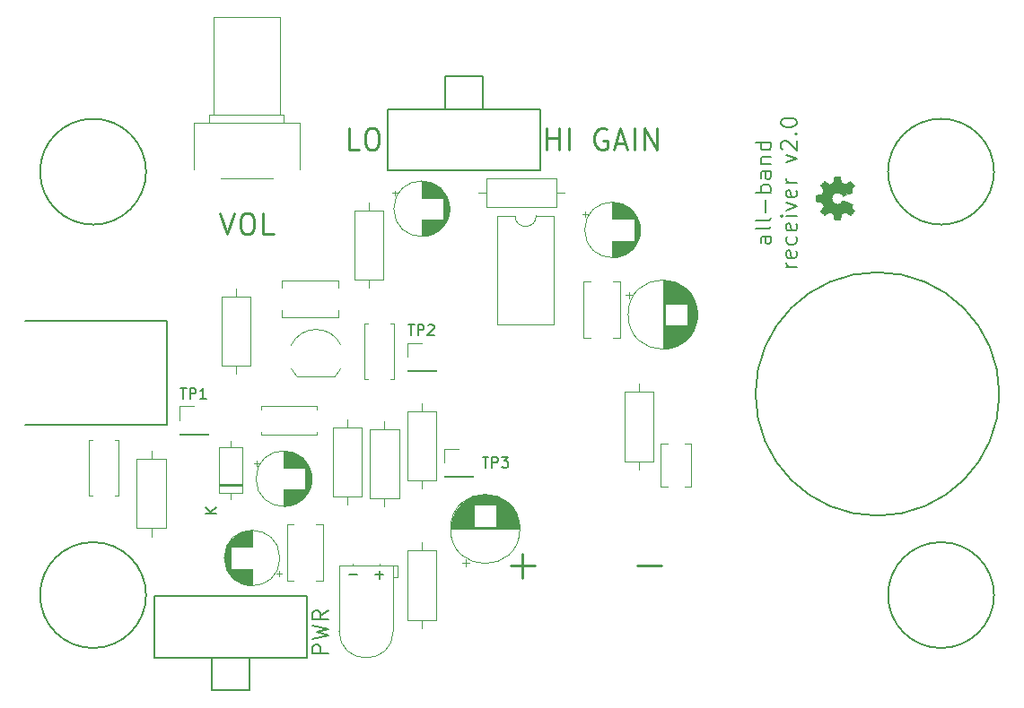
<source format=gbr>
G04 #@! TF.GenerationSoftware,KiCad,Pcbnew,5.1.4+dfsg1-1*
G04 #@! TF.CreationDate,2020-04-23T19:25:43-06:00*
G04 #@! TF.ProjectId,low-voltage,6c6f772d-766f-46c7-9461-67652e6b6963,rev?*
G04 #@! TF.SameCoordinates,Original*
G04 #@! TF.FileFunction,Legend,Top*
G04 #@! TF.FilePolarity,Positive*
%FSLAX46Y46*%
G04 Gerber Fmt 4.6, Leading zero omitted, Abs format (unit mm)*
G04 Created by KiCad (PCBNEW 5.1.4+dfsg1-1) date 2020-04-23 19:25:43*
%MOMM*%
%LPD*%
G04 APERTURE LIST*
%ADD10C,0.150000*%
%ADD11C,0.250000*%
%ADD12C,0.002540*%
%ADD13C,0.120000*%
G04 APERTURE END LIST*
D10*
X144978571Y-70107142D02*
X144192857Y-70107142D01*
X144050000Y-70178571D01*
X143978571Y-70321428D01*
X143978571Y-70607142D01*
X144050000Y-70750000D01*
X144907142Y-70107142D02*
X144978571Y-70250000D01*
X144978571Y-70607142D01*
X144907142Y-70750000D01*
X144764285Y-70821428D01*
X144621428Y-70821428D01*
X144478571Y-70750000D01*
X144407142Y-70607142D01*
X144407142Y-70250000D01*
X144335714Y-70107142D01*
X144978571Y-69178571D02*
X144907142Y-69321428D01*
X144764285Y-69392857D01*
X143478571Y-69392857D01*
X144978571Y-68392857D02*
X144907142Y-68535714D01*
X144764285Y-68607142D01*
X143478571Y-68607142D01*
X144407142Y-67821428D02*
X144407142Y-66678571D01*
X144978571Y-65964285D02*
X143478571Y-65964285D01*
X144050000Y-65964285D02*
X143978571Y-65821428D01*
X143978571Y-65535714D01*
X144050000Y-65392857D01*
X144121428Y-65321428D01*
X144264285Y-65250000D01*
X144692857Y-65250000D01*
X144835714Y-65321428D01*
X144907142Y-65392857D01*
X144978571Y-65535714D01*
X144978571Y-65821428D01*
X144907142Y-65964285D01*
X144978571Y-63964285D02*
X144192857Y-63964285D01*
X144050000Y-64035714D01*
X143978571Y-64178571D01*
X143978571Y-64464285D01*
X144050000Y-64607142D01*
X144907142Y-63964285D02*
X144978571Y-64107142D01*
X144978571Y-64464285D01*
X144907142Y-64607142D01*
X144764285Y-64678571D01*
X144621428Y-64678571D01*
X144478571Y-64607142D01*
X144407142Y-64464285D01*
X144407142Y-64107142D01*
X144335714Y-63964285D01*
X143978571Y-63250000D02*
X144978571Y-63250000D01*
X144121428Y-63250000D02*
X144050000Y-63178571D01*
X143978571Y-63035714D01*
X143978571Y-62821428D01*
X144050000Y-62678571D01*
X144192857Y-62607142D01*
X144978571Y-62607142D01*
X144978571Y-61250000D02*
X143478571Y-61250000D01*
X144907142Y-61250000D02*
X144978571Y-61392857D01*
X144978571Y-61678571D01*
X144907142Y-61821428D01*
X144835714Y-61892857D01*
X144692857Y-61964285D01*
X144264285Y-61964285D01*
X144121428Y-61892857D01*
X144050000Y-61821428D01*
X143978571Y-61678571D01*
X143978571Y-61392857D01*
X144050000Y-61250000D01*
X147378571Y-73000000D02*
X146378571Y-73000000D01*
X146664285Y-73000000D02*
X146521428Y-72928571D01*
X146450000Y-72857142D01*
X146378571Y-72714285D01*
X146378571Y-72571428D01*
X147307142Y-71500000D02*
X147378571Y-71642857D01*
X147378571Y-71928571D01*
X147307142Y-72071428D01*
X147164285Y-72142857D01*
X146592857Y-72142857D01*
X146450000Y-72071428D01*
X146378571Y-71928571D01*
X146378571Y-71642857D01*
X146450000Y-71500000D01*
X146592857Y-71428571D01*
X146735714Y-71428571D01*
X146878571Y-72142857D01*
X147307142Y-70142857D02*
X147378571Y-70285714D01*
X147378571Y-70571428D01*
X147307142Y-70714285D01*
X147235714Y-70785714D01*
X147092857Y-70857142D01*
X146664285Y-70857142D01*
X146521428Y-70785714D01*
X146450000Y-70714285D01*
X146378571Y-70571428D01*
X146378571Y-70285714D01*
X146450000Y-70142857D01*
X147307142Y-68928571D02*
X147378571Y-69071428D01*
X147378571Y-69357142D01*
X147307142Y-69500000D01*
X147164285Y-69571428D01*
X146592857Y-69571428D01*
X146450000Y-69500000D01*
X146378571Y-69357142D01*
X146378571Y-69071428D01*
X146450000Y-68928571D01*
X146592857Y-68857142D01*
X146735714Y-68857142D01*
X146878571Y-69571428D01*
X147378571Y-68214285D02*
X146378571Y-68214285D01*
X145878571Y-68214285D02*
X145950000Y-68285714D01*
X146021428Y-68214285D01*
X145950000Y-68142857D01*
X145878571Y-68214285D01*
X146021428Y-68214285D01*
X146378571Y-67642857D02*
X147378571Y-67285714D01*
X146378571Y-66928571D01*
X147307142Y-65785714D02*
X147378571Y-65928571D01*
X147378571Y-66214285D01*
X147307142Y-66357142D01*
X147164285Y-66428571D01*
X146592857Y-66428571D01*
X146450000Y-66357142D01*
X146378571Y-66214285D01*
X146378571Y-65928571D01*
X146450000Y-65785714D01*
X146592857Y-65714285D01*
X146735714Y-65714285D01*
X146878571Y-66428571D01*
X147378571Y-65071428D02*
X146378571Y-65071428D01*
X146664285Y-65071428D02*
X146521428Y-65000000D01*
X146450000Y-64928571D01*
X146378571Y-64785714D01*
X146378571Y-64642857D01*
X146378571Y-63142857D02*
X147378571Y-62785714D01*
X146378571Y-62428571D01*
X146021428Y-61928571D02*
X145950000Y-61857142D01*
X145878571Y-61714285D01*
X145878571Y-61357142D01*
X145950000Y-61214285D01*
X146021428Y-61142857D01*
X146164285Y-61071428D01*
X146307142Y-61071428D01*
X146521428Y-61142857D01*
X147378571Y-62000000D01*
X147378571Y-61071428D01*
X147235714Y-60428571D02*
X147307142Y-60357142D01*
X147378571Y-60428571D01*
X147307142Y-60500000D01*
X147235714Y-60428571D01*
X147378571Y-60428571D01*
X145878571Y-59428571D02*
X145878571Y-59285714D01*
X145950000Y-59142857D01*
X146021428Y-59071428D01*
X146164285Y-59000000D01*
X146450000Y-58928571D01*
X146807142Y-58928571D01*
X147092857Y-59000000D01*
X147235714Y-59071428D01*
X147307142Y-59142857D01*
X147378571Y-59285714D01*
X147378571Y-59428571D01*
X147307142Y-59571428D01*
X147235714Y-59642857D01*
X147092857Y-59714285D01*
X146807142Y-59785714D01*
X146450000Y-59785714D01*
X146164285Y-59714285D01*
X146021428Y-59642857D01*
X145950000Y-59571428D01*
X145878571Y-59428571D01*
X105119047Y-102071428D02*
X105880952Y-102071428D01*
X107619047Y-102071428D02*
X108380952Y-102071428D01*
X108000000Y-102452380D02*
X108000000Y-101690476D01*
X89238095Y-84452380D02*
X89809523Y-84452380D01*
X89523809Y-85452380D02*
X89523809Y-84452380D01*
X90142857Y-85452380D02*
X90142857Y-84452380D01*
X90523809Y-84452380D01*
X90619047Y-84500000D01*
X90666666Y-84547619D01*
X90714285Y-84642857D01*
X90714285Y-84785714D01*
X90666666Y-84880952D01*
X90619047Y-84928571D01*
X90523809Y-84976190D01*
X90142857Y-84976190D01*
X91666666Y-85452380D02*
X91095238Y-85452380D01*
X91380952Y-85452380D02*
X91380952Y-84452380D01*
X91285714Y-84595238D01*
X91190476Y-84690476D01*
X91095238Y-84738095D01*
X110738095Y-78452380D02*
X111309523Y-78452380D01*
X111023809Y-79452380D02*
X111023809Y-78452380D01*
X111642857Y-79452380D02*
X111642857Y-78452380D01*
X112023809Y-78452380D01*
X112119047Y-78500000D01*
X112166666Y-78547619D01*
X112214285Y-78642857D01*
X112214285Y-78785714D01*
X112166666Y-78880952D01*
X112119047Y-78928571D01*
X112023809Y-78976190D01*
X111642857Y-78976190D01*
X112595238Y-78547619D02*
X112642857Y-78500000D01*
X112738095Y-78452380D01*
X112976190Y-78452380D01*
X113071428Y-78500000D01*
X113119047Y-78547619D01*
X113166666Y-78642857D01*
X113166666Y-78738095D01*
X113119047Y-78880952D01*
X112547619Y-79452380D01*
X113166666Y-79452380D01*
X117738095Y-90952380D02*
X118309523Y-90952380D01*
X118023809Y-91952380D02*
X118023809Y-90952380D01*
X118642857Y-91952380D02*
X118642857Y-90952380D01*
X119023809Y-90952380D01*
X119119047Y-91000000D01*
X119166666Y-91047619D01*
X119214285Y-91142857D01*
X119214285Y-91285714D01*
X119166666Y-91380952D01*
X119119047Y-91428571D01*
X119023809Y-91476190D01*
X118642857Y-91476190D01*
X119547619Y-90952380D02*
X120166666Y-90952380D01*
X119833333Y-91333333D01*
X119976190Y-91333333D01*
X120071428Y-91380952D01*
X120119047Y-91428571D01*
X120166666Y-91523809D01*
X120166666Y-91761904D01*
X120119047Y-91857142D01*
X120071428Y-91904761D01*
X119976190Y-91952380D01*
X119690476Y-91952380D01*
X119595238Y-91904761D01*
X119547619Y-91857142D01*
X103178571Y-109500000D02*
X101678571Y-109500000D01*
X101678571Y-108928571D01*
X101750000Y-108785714D01*
X101821428Y-108714285D01*
X101964285Y-108642857D01*
X102178571Y-108642857D01*
X102321428Y-108714285D01*
X102392857Y-108785714D01*
X102464285Y-108928571D01*
X102464285Y-109500000D01*
X101678571Y-108142857D02*
X103178571Y-107785714D01*
X102107142Y-107500000D01*
X103178571Y-107214285D01*
X101678571Y-106857142D01*
X103178571Y-105428571D02*
X102464285Y-105928571D01*
X103178571Y-106285714D02*
X101678571Y-106285714D01*
X101678571Y-105714285D01*
X101750000Y-105571428D01*
X101821428Y-105500000D01*
X101964285Y-105428571D01*
X102178571Y-105428571D01*
X102321428Y-105500000D01*
X102392857Y-105571428D01*
X102464285Y-105714285D01*
X102464285Y-106285714D01*
D11*
X92976190Y-67904761D02*
X93642857Y-69904761D01*
X94309523Y-67904761D01*
X95357142Y-67904761D02*
X95738095Y-67904761D01*
X95928571Y-68000000D01*
X96119047Y-68190476D01*
X96214285Y-68571428D01*
X96214285Y-69238095D01*
X96119047Y-69619047D01*
X95928571Y-69809523D01*
X95738095Y-69904761D01*
X95357142Y-69904761D01*
X95166666Y-69809523D01*
X94976190Y-69619047D01*
X94880952Y-69238095D01*
X94880952Y-68571428D01*
X94976190Y-68190476D01*
X95166666Y-68000000D01*
X95357142Y-67904761D01*
X98023809Y-69904761D02*
X97071428Y-69904761D01*
X97071428Y-67904761D01*
X106071428Y-61904761D02*
X105119047Y-61904761D01*
X105119047Y-59904761D01*
X107119047Y-59904761D02*
X107500000Y-59904761D01*
X107690476Y-60000000D01*
X107880952Y-60190476D01*
X107976190Y-60571428D01*
X107976190Y-61238095D01*
X107880952Y-61619047D01*
X107690476Y-61809523D01*
X107500000Y-61904761D01*
X107119047Y-61904761D01*
X106928571Y-61809523D01*
X106738095Y-61619047D01*
X106642857Y-61238095D01*
X106642857Y-60571428D01*
X106738095Y-60190476D01*
X106928571Y-60000000D01*
X107119047Y-59904761D01*
X123809523Y-61904761D02*
X123809523Y-59904761D01*
X123809523Y-60857142D02*
X124952380Y-60857142D01*
X124952380Y-61904761D02*
X124952380Y-59904761D01*
X125904761Y-61904761D02*
X125904761Y-59904761D01*
X129428571Y-60000000D02*
X129238095Y-59904761D01*
X128952380Y-59904761D01*
X128666666Y-60000000D01*
X128476190Y-60190476D01*
X128380952Y-60380952D01*
X128285714Y-60761904D01*
X128285714Y-61047619D01*
X128380952Y-61428571D01*
X128476190Y-61619047D01*
X128666666Y-61809523D01*
X128952380Y-61904761D01*
X129142857Y-61904761D01*
X129428571Y-61809523D01*
X129523809Y-61714285D01*
X129523809Y-61047619D01*
X129142857Y-61047619D01*
X130285714Y-61333333D02*
X131238095Y-61333333D01*
X130095238Y-61904761D02*
X130761904Y-59904761D01*
X131428571Y-61904761D01*
X132095238Y-61904761D02*
X132095238Y-59904761D01*
X133047619Y-61904761D02*
X133047619Y-59904761D01*
X134190476Y-61904761D01*
X134190476Y-59904761D01*
X132357142Y-101214285D02*
X134642857Y-101214285D01*
X120357142Y-101214285D02*
X122642857Y-101214285D01*
X121500000Y-102357142D02*
X121500000Y-100071428D01*
D12*
G36*
X152795780Y-67711580D02*
G01*
X152785620Y-67691260D01*
X152755140Y-67643000D01*
X152711960Y-67576960D01*
X152658620Y-67498220D01*
X152605280Y-67419480D01*
X152562100Y-67353440D01*
X152531620Y-67307720D01*
X152521460Y-67289940D01*
X152524000Y-67279780D01*
X152544320Y-67241680D01*
X152572260Y-67185800D01*
X152587500Y-67155320D01*
X152610360Y-67104520D01*
X152615440Y-67079120D01*
X152607820Y-67076580D01*
X152569720Y-67056260D01*
X152503680Y-67028320D01*
X152417320Y-66990220D01*
X152315720Y-66947040D01*
X152206500Y-66901320D01*
X152094740Y-66855600D01*
X151988060Y-66809880D01*
X151891540Y-66771780D01*
X151815340Y-66738760D01*
X151759460Y-66718440D01*
X151736600Y-66710820D01*
X151731520Y-66713360D01*
X151708660Y-66738760D01*
X151675640Y-66781940D01*
X151596900Y-66878460D01*
X151480060Y-66969900D01*
X151347980Y-67028320D01*
X151200660Y-67046100D01*
X151066040Y-67030860D01*
X150936500Y-66977520D01*
X150817120Y-66886080D01*
X150730760Y-66774320D01*
X150674880Y-66644780D01*
X150657100Y-66500000D01*
X150672340Y-66360300D01*
X150725680Y-66228220D01*
X150814580Y-66108840D01*
X150873000Y-66060580D01*
X150992380Y-65992000D01*
X151119380Y-65951360D01*
X151149860Y-65948820D01*
X151292100Y-65953900D01*
X151426720Y-65994540D01*
X151546100Y-66068200D01*
X151645160Y-66172340D01*
X151655320Y-66185040D01*
X151690880Y-66233300D01*
X151713740Y-66263780D01*
X151734060Y-66289180D01*
X152165860Y-66111380D01*
X152234440Y-66083440D01*
X152351280Y-66032640D01*
X152452880Y-65989460D01*
X152534160Y-65956440D01*
X152587500Y-65931040D01*
X152610360Y-65920880D01*
X152612900Y-65905640D01*
X152600200Y-65872620D01*
X152572260Y-65811660D01*
X152551940Y-65771020D01*
X152529080Y-65725300D01*
X152521460Y-65704980D01*
X152531620Y-65687200D01*
X152559560Y-65644020D01*
X152602740Y-65580520D01*
X152653540Y-65504320D01*
X152704340Y-65430660D01*
X152750060Y-65362080D01*
X152780540Y-65313820D01*
X152793240Y-65288420D01*
X152793240Y-65285880D01*
X152780540Y-65265560D01*
X152750060Y-65224920D01*
X152694180Y-65166500D01*
X152612900Y-65085220D01*
X152600200Y-65072520D01*
X152529080Y-65003940D01*
X152470660Y-64948060D01*
X152430020Y-64909960D01*
X152412240Y-64897260D01*
X152386840Y-64909960D01*
X152338580Y-64940440D01*
X152270000Y-64986160D01*
X152191260Y-65039500D01*
X151982980Y-65181740D01*
X151787400Y-65103000D01*
X151728980Y-65080140D01*
X151655320Y-65049660D01*
X151604520Y-65026800D01*
X151581660Y-65014100D01*
X151574040Y-64993780D01*
X151561340Y-64940440D01*
X151543560Y-64861700D01*
X151528320Y-64770260D01*
X151510540Y-64681360D01*
X151495300Y-64602620D01*
X151485140Y-64544200D01*
X151480060Y-64518800D01*
X151474980Y-64513720D01*
X151462280Y-64508640D01*
X151436880Y-64503560D01*
X151388620Y-64503560D01*
X151312420Y-64501020D01*
X151200660Y-64501020D01*
X151190500Y-64501020D01*
X151083820Y-64503560D01*
X151000000Y-64503560D01*
X150946660Y-64506100D01*
X150926340Y-64511180D01*
X150918720Y-64536580D01*
X150908560Y-64592460D01*
X150890780Y-64671200D01*
X150873000Y-64767720D01*
X150873000Y-64772800D01*
X150855220Y-64866780D01*
X150837440Y-64945520D01*
X150824740Y-65001400D01*
X150817120Y-65024260D01*
X150812040Y-65029340D01*
X150773940Y-65049660D01*
X150715520Y-65077600D01*
X150644400Y-65108080D01*
X150570740Y-65138560D01*
X150502160Y-65166500D01*
X150453900Y-65184280D01*
X150431040Y-65189360D01*
X150408180Y-65174120D01*
X150357380Y-65141100D01*
X150291340Y-65095380D01*
X150210060Y-65039500D01*
X150202440Y-65036960D01*
X150123700Y-64981080D01*
X150055120Y-64937900D01*
X150006860Y-64907420D01*
X149986540Y-64897260D01*
X149984000Y-64897260D01*
X149961140Y-64915040D01*
X149915420Y-64955680D01*
X149854460Y-65014100D01*
X149783340Y-65085220D01*
X149763020Y-65108080D01*
X149686820Y-65184280D01*
X149636020Y-65237620D01*
X149610620Y-65273180D01*
X149603000Y-65288420D01*
X149605540Y-65288420D01*
X149618240Y-65313820D01*
X149651260Y-65364620D01*
X149699520Y-65433200D01*
X149752860Y-65514480D01*
X149757940Y-65519560D01*
X149811280Y-65598300D01*
X149857000Y-65664340D01*
X149887480Y-65712600D01*
X149900180Y-65732920D01*
X149900180Y-65738000D01*
X149890020Y-65768480D01*
X149872240Y-65826900D01*
X149844300Y-65895480D01*
X149813820Y-65969140D01*
X149785880Y-66037720D01*
X149763020Y-66088520D01*
X149750320Y-66111380D01*
X149747780Y-66111380D01*
X149719840Y-66121540D01*
X149658880Y-66134240D01*
X149577600Y-66152020D01*
X149478540Y-66169800D01*
X149463300Y-66172340D01*
X149369320Y-66190120D01*
X149290580Y-66205360D01*
X149234700Y-66218060D01*
X149211840Y-66223140D01*
X149209300Y-66235840D01*
X149206760Y-66284100D01*
X149204220Y-66355220D01*
X149204220Y-66441580D01*
X149204220Y-66530480D01*
X149206760Y-66616840D01*
X149209300Y-66693040D01*
X149211840Y-66746380D01*
X149216920Y-66769240D01*
X149219460Y-66771780D01*
X149247400Y-66779400D01*
X149308360Y-66792100D01*
X149389640Y-66809880D01*
X149488700Y-66827660D01*
X149506480Y-66830200D01*
X149600460Y-66847980D01*
X149679200Y-66865760D01*
X149732540Y-66875920D01*
X149752860Y-66883540D01*
X149757940Y-66891160D01*
X149775720Y-66929260D01*
X149801120Y-66992760D01*
X149834140Y-67074040D01*
X149907800Y-67256920D01*
X149752860Y-67480440D01*
X149740160Y-67500760D01*
X149684280Y-67582040D01*
X149641100Y-67648080D01*
X149610620Y-67693800D01*
X149600460Y-67714120D01*
X149620780Y-67736980D01*
X149661420Y-67782700D01*
X149722380Y-67843660D01*
X149790960Y-67912240D01*
X149844300Y-67965580D01*
X149907800Y-68026540D01*
X149948440Y-68067180D01*
X149976380Y-68087500D01*
X149994160Y-68095120D01*
X150004320Y-68092580D01*
X150027180Y-68079880D01*
X150075440Y-68046860D01*
X150144020Y-68001140D01*
X150222760Y-67945260D01*
X150291340Y-67899540D01*
X150365000Y-67851280D01*
X150418340Y-67820800D01*
X150446280Y-67808100D01*
X150456440Y-67810640D01*
X150499620Y-67828420D01*
X150568200Y-67853820D01*
X150646940Y-67886840D01*
X150824740Y-67965580D01*
X150845060Y-68082420D01*
X150860300Y-68153540D01*
X150878080Y-68252600D01*
X150895860Y-68346580D01*
X150926340Y-68493900D01*
X151464820Y-68498980D01*
X151474980Y-68476120D01*
X151482600Y-68453260D01*
X151492760Y-68399920D01*
X151508000Y-68321180D01*
X151525780Y-68229740D01*
X151541020Y-68151000D01*
X151556260Y-68072260D01*
X151566420Y-68016380D01*
X151571500Y-67990980D01*
X151581660Y-67983360D01*
X151619760Y-67963040D01*
X151680720Y-67935100D01*
X151754380Y-67904620D01*
X151828040Y-67874140D01*
X151899160Y-67846200D01*
X151952500Y-67825880D01*
X151980440Y-67818260D01*
X152000760Y-67828420D01*
X152046480Y-67858900D01*
X152112520Y-67902080D01*
X152191260Y-67955420D01*
X152270000Y-68011300D01*
X152338580Y-68054480D01*
X152386840Y-68087500D01*
X152407160Y-68100200D01*
X152422400Y-68092580D01*
X152460500Y-68062100D01*
X152521460Y-68003680D01*
X152610360Y-67914780D01*
X152623060Y-67899540D01*
X152691640Y-67830960D01*
X152744980Y-67770000D01*
X152783080Y-67729360D01*
X152795780Y-67711580D01*
X152795780Y-67711580D01*
G37*
X152795780Y-67711580D02*
X152785620Y-67691260D01*
X152755140Y-67643000D01*
X152711960Y-67576960D01*
X152658620Y-67498220D01*
X152605280Y-67419480D01*
X152562100Y-67353440D01*
X152531620Y-67307720D01*
X152521460Y-67289940D01*
X152524000Y-67279780D01*
X152544320Y-67241680D01*
X152572260Y-67185800D01*
X152587500Y-67155320D01*
X152610360Y-67104520D01*
X152615440Y-67079120D01*
X152607820Y-67076580D01*
X152569720Y-67056260D01*
X152503680Y-67028320D01*
X152417320Y-66990220D01*
X152315720Y-66947040D01*
X152206500Y-66901320D01*
X152094740Y-66855600D01*
X151988060Y-66809880D01*
X151891540Y-66771780D01*
X151815340Y-66738760D01*
X151759460Y-66718440D01*
X151736600Y-66710820D01*
X151731520Y-66713360D01*
X151708660Y-66738760D01*
X151675640Y-66781940D01*
X151596900Y-66878460D01*
X151480060Y-66969900D01*
X151347980Y-67028320D01*
X151200660Y-67046100D01*
X151066040Y-67030860D01*
X150936500Y-66977520D01*
X150817120Y-66886080D01*
X150730760Y-66774320D01*
X150674880Y-66644780D01*
X150657100Y-66500000D01*
X150672340Y-66360300D01*
X150725680Y-66228220D01*
X150814580Y-66108840D01*
X150873000Y-66060580D01*
X150992380Y-65992000D01*
X151119380Y-65951360D01*
X151149860Y-65948820D01*
X151292100Y-65953900D01*
X151426720Y-65994540D01*
X151546100Y-66068200D01*
X151645160Y-66172340D01*
X151655320Y-66185040D01*
X151690880Y-66233300D01*
X151713740Y-66263780D01*
X151734060Y-66289180D01*
X152165860Y-66111380D01*
X152234440Y-66083440D01*
X152351280Y-66032640D01*
X152452880Y-65989460D01*
X152534160Y-65956440D01*
X152587500Y-65931040D01*
X152610360Y-65920880D01*
X152612900Y-65905640D01*
X152600200Y-65872620D01*
X152572260Y-65811660D01*
X152551940Y-65771020D01*
X152529080Y-65725300D01*
X152521460Y-65704980D01*
X152531620Y-65687200D01*
X152559560Y-65644020D01*
X152602740Y-65580520D01*
X152653540Y-65504320D01*
X152704340Y-65430660D01*
X152750060Y-65362080D01*
X152780540Y-65313820D01*
X152793240Y-65288420D01*
X152793240Y-65285880D01*
X152780540Y-65265560D01*
X152750060Y-65224920D01*
X152694180Y-65166500D01*
X152612900Y-65085220D01*
X152600200Y-65072520D01*
X152529080Y-65003940D01*
X152470660Y-64948060D01*
X152430020Y-64909960D01*
X152412240Y-64897260D01*
X152386840Y-64909960D01*
X152338580Y-64940440D01*
X152270000Y-64986160D01*
X152191260Y-65039500D01*
X151982980Y-65181740D01*
X151787400Y-65103000D01*
X151728980Y-65080140D01*
X151655320Y-65049660D01*
X151604520Y-65026800D01*
X151581660Y-65014100D01*
X151574040Y-64993780D01*
X151561340Y-64940440D01*
X151543560Y-64861700D01*
X151528320Y-64770260D01*
X151510540Y-64681360D01*
X151495300Y-64602620D01*
X151485140Y-64544200D01*
X151480060Y-64518800D01*
X151474980Y-64513720D01*
X151462280Y-64508640D01*
X151436880Y-64503560D01*
X151388620Y-64503560D01*
X151312420Y-64501020D01*
X151200660Y-64501020D01*
X151190500Y-64501020D01*
X151083820Y-64503560D01*
X151000000Y-64503560D01*
X150946660Y-64506100D01*
X150926340Y-64511180D01*
X150918720Y-64536580D01*
X150908560Y-64592460D01*
X150890780Y-64671200D01*
X150873000Y-64767720D01*
X150873000Y-64772800D01*
X150855220Y-64866780D01*
X150837440Y-64945520D01*
X150824740Y-65001400D01*
X150817120Y-65024260D01*
X150812040Y-65029340D01*
X150773940Y-65049660D01*
X150715520Y-65077600D01*
X150644400Y-65108080D01*
X150570740Y-65138560D01*
X150502160Y-65166500D01*
X150453900Y-65184280D01*
X150431040Y-65189360D01*
X150408180Y-65174120D01*
X150357380Y-65141100D01*
X150291340Y-65095380D01*
X150210060Y-65039500D01*
X150202440Y-65036960D01*
X150123700Y-64981080D01*
X150055120Y-64937900D01*
X150006860Y-64907420D01*
X149986540Y-64897260D01*
X149984000Y-64897260D01*
X149961140Y-64915040D01*
X149915420Y-64955680D01*
X149854460Y-65014100D01*
X149783340Y-65085220D01*
X149763020Y-65108080D01*
X149686820Y-65184280D01*
X149636020Y-65237620D01*
X149610620Y-65273180D01*
X149603000Y-65288420D01*
X149605540Y-65288420D01*
X149618240Y-65313820D01*
X149651260Y-65364620D01*
X149699520Y-65433200D01*
X149752860Y-65514480D01*
X149757940Y-65519560D01*
X149811280Y-65598300D01*
X149857000Y-65664340D01*
X149887480Y-65712600D01*
X149900180Y-65732920D01*
X149900180Y-65738000D01*
X149890020Y-65768480D01*
X149872240Y-65826900D01*
X149844300Y-65895480D01*
X149813820Y-65969140D01*
X149785880Y-66037720D01*
X149763020Y-66088520D01*
X149750320Y-66111380D01*
X149747780Y-66111380D01*
X149719840Y-66121540D01*
X149658880Y-66134240D01*
X149577600Y-66152020D01*
X149478540Y-66169800D01*
X149463300Y-66172340D01*
X149369320Y-66190120D01*
X149290580Y-66205360D01*
X149234700Y-66218060D01*
X149211840Y-66223140D01*
X149209300Y-66235840D01*
X149206760Y-66284100D01*
X149204220Y-66355220D01*
X149204220Y-66441580D01*
X149204220Y-66530480D01*
X149206760Y-66616840D01*
X149209300Y-66693040D01*
X149211840Y-66746380D01*
X149216920Y-66769240D01*
X149219460Y-66771780D01*
X149247400Y-66779400D01*
X149308360Y-66792100D01*
X149389640Y-66809880D01*
X149488700Y-66827660D01*
X149506480Y-66830200D01*
X149600460Y-66847980D01*
X149679200Y-66865760D01*
X149732540Y-66875920D01*
X149752860Y-66883540D01*
X149757940Y-66891160D01*
X149775720Y-66929260D01*
X149801120Y-66992760D01*
X149834140Y-67074040D01*
X149907800Y-67256920D01*
X149752860Y-67480440D01*
X149740160Y-67500760D01*
X149684280Y-67582040D01*
X149641100Y-67648080D01*
X149610620Y-67693800D01*
X149600460Y-67714120D01*
X149620780Y-67736980D01*
X149661420Y-67782700D01*
X149722380Y-67843660D01*
X149790960Y-67912240D01*
X149844300Y-67965580D01*
X149907800Y-68026540D01*
X149948440Y-68067180D01*
X149976380Y-68087500D01*
X149994160Y-68095120D01*
X150004320Y-68092580D01*
X150027180Y-68079880D01*
X150075440Y-68046860D01*
X150144020Y-68001140D01*
X150222760Y-67945260D01*
X150291340Y-67899540D01*
X150365000Y-67851280D01*
X150418340Y-67820800D01*
X150446280Y-67808100D01*
X150456440Y-67810640D01*
X150499620Y-67828420D01*
X150568200Y-67853820D01*
X150646940Y-67886840D01*
X150824740Y-67965580D01*
X150845060Y-68082420D01*
X150860300Y-68153540D01*
X150878080Y-68252600D01*
X150895860Y-68346580D01*
X150926340Y-68493900D01*
X151464820Y-68498980D01*
X151474980Y-68476120D01*
X151482600Y-68453260D01*
X151492760Y-68399920D01*
X151508000Y-68321180D01*
X151525780Y-68229740D01*
X151541020Y-68151000D01*
X151556260Y-68072260D01*
X151566420Y-68016380D01*
X151571500Y-67990980D01*
X151581660Y-67983360D01*
X151619760Y-67963040D01*
X151680720Y-67935100D01*
X151754380Y-67904620D01*
X151828040Y-67874140D01*
X151899160Y-67846200D01*
X151952500Y-67825880D01*
X151980440Y-67818260D01*
X152000760Y-67828420D01*
X152046480Y-67858900D01*
X152112520Y-67902080D01*
X152191260Y-67955420D01*
X152270000Y-68011300D01*
X152338580Y-68054480D01*
X152386840Y-68087500D01*
X152407160Y-68100200D01*
X152422400Y-68092580D01*
X152460500Y-68062100D01*
X152521460Y-68003680D01*
X152610360Y-67914780D01*
X152623060Y-67899540D01*
X152691640Y-67830960D01*
X152744980Y-67770000D01*
X152783080Y-67729360D01*
X152795780Y-67711580D01*
D13*
X115846000Y-100935241D02*
X116476000Y-100935241D01*
X116161000Y-101250241D02*
X116161000Y-100620241D01*
X117598000Y-94509000D02*
X118402000Y-94509000D01*
X117367000Y-94549000D02*
X118633000Y-94549000D01*
X117198000Y-94589000D02*
X118802000Y-94589000D01*
X117060000Y-94629000D02*
X118940000Y-94629000D01*
X116941000Y-94669000D02*
X119059000Y-94669000D01*
X116835000Y-94709000D02*
X119165000Y-94709000D01*
X116738000Y-94749000D02*
X119262000Y-94749000D01*
X116650000Y-94789000D02*
X119350000Y-94789000D01*
X116568000Y-94829000D02*
X119432000Y-94829000D01*
X116491000Y-94869000D02*
X119509000Y-94869000D01*
X116419000Y-94909000D02*
X119581000Y-94909000D01*
X116350000Y-94949000D02*
X119650000Y-94949000D01*
X116286000Y-94989000D02*
X119714000Y-94989000D01*
X116224000Y-95029000D02*
X119776000Y-95029000D01*
X116166000Y-95069000D02*
X119834000Y-95069000D01*
X116110000Y-95109000D02*
X119890000Y-95109000D01*
X116056000Y-95149000D02*
X119944000Y-95149000D01*
X116005000Y-95189000D02*
X119995000Y-95189000D01*
X115956000Y-95229000D02*
X120044000Y-95229000D01*
X115908000Y-95269000D02*
X120092000Y-95269000D01*
X115863000Y-95309000D02*
X120137000Y-95309000D01*
X115818000Y-95349000D02*
X120182000Y-95349000D01*
X115776000Y-95389000D02*
X120224000Y-95389000D01*
X115735000Y-95429000D02*
X120265000Y-95429000D01*
X119040000Y-95469000D02*
X120305000Y-95469000D01*
X115695000Y-95469000D02*
X116960000Y-95469000D01*
X119040000Y-95509000D02*
X120343000Y-95509000D01*
X115657000Y-95509000D02*
X116960000Y-95509000D01*
X119040000Y-95549000D02*
X120380000Y-95549000D01*
X115620000Y-95549000D02*
X116960000Y-95549000D01*
X119040000Y-95589000D02*
X120416000Y-95589000D01*
X115584000Y-95589000D02*
X116960000Y-95589000D01*
X119040000Y-95629000D02*
X120450000Y-95629000D01*
X115550000Y-95629000D02*
X116960000Y-95629000D01*
X119040000Y-95669000D02*
X120484000Y-95669000D01*
X115516000Y-95669000D02*
X116960000Y-95669000D01*
X119040000Y-95709000D02*
X120516000Y-95709000D01*
X115484000Y-95709000D02*
X116960000Y-95709000D01*
X119040000Y-95749000D02*
X120548000Y-95749000D01*
X115452000Y-95749000D02*
X116960000Y-95749000D01*
X119040000Y-95789000D02*
X120578000Y-95789000D01*
X115422000Y-95789000D02*
X116960000Y-95789000D01*
X119040000Y-95829000D02*
X120607000Y-95829000D01*
X115393000Y-95829000D02*
X116960000Y-95829000D01*
X119040000Y-95869000D02*
X120636000Y-95869000D01*
X115364000Y-95869000D02*
X116960000Y-95869000D01*
X119040000Y-95909000D02*
X120664000Y-95909000D01*
X115336000Y-95909000D02*
X116960000Y-95909000D01*
X119040000Y-95949000D02*
X120690000Y-95949000D01*
X115310000Y-95949000D02*
X116960000Y-95949000D01*
X119040000Y-95989000D02*
X120716000Y-95989000D01*
X115284000Y-95989000D02*
X116960000Y-95989000D01*
X119040000Y-96029000D02*
X120742000Y-96029000D01*
X115258000Y-96029000D02*
X116960000Y-96029000D01*
X119040000Y-96069000D02*
X120766000Y-96069000D01*
X115234000Y-96069000D02*
X116960000Y-96069000D01*
X119040000Y-96109000D02*
X120790000Y-96109000D01*
X115210000Y-96109000D02*
X116960000Y-96109000D01*
X119040000Y-96149000D02*
X120812000Y-96149000D01*
X115188000Y-96149000D02*
X116960000Y-96149000D01*
X119040000Y-96189000D02*
X120834000Y-96189000D01*
X115166000Y-96189000D02*
X116960000Y-96189000D01*
X119040000Y-96229000D02*
X120856000Y-96229000D01*
X115144000Y-96229000D02*
X116960000Y-96229000D01*
X119040000Y-96269000D02*
X120876000Y-96269000D01*
X115124000Y-96269000D02*
X116960000Y-96269000D01*
X119040000Y-96309000D02*
X120896000Y-96309000D01*
X115104000Y-96309000D02*
X116960000Y-96309000D01*
X119040000Y-96349000D02*
X120916000Y-96349000D01*
X115084000Y-96349000D02*
X116960000Y-96349000D01*
X119040000Y-96389000D02*
X120934000Y-96389000D01*
X115066000Y-96389000D02*
X116960000Y-96389000D01*
X119040000Y-96429000D02*
X120952000Y-96429000D01*
X115048000Y-96429000D02*
X116960000Y-96429000D01*
X119040000Y-96469000D02*
X120970000Y-96469000D01*
X115030000Y-96469000D02*
X116960000Y-96469000D01*
X119040000Y-96509000D02*
X120986000Y-96509000D01*
X115014000Y-96509000D02*
X116960000Y-96509000D01*
X119040000Y-96549000D02*
X121002000Y-96549000D01*
X114998000Y-96549000D02*
X116960000Y-96549000D01*
X119040000Y-96589000D02*
X121018000Y-96589000D01*
X114982000Y-96589000D02*
X116960000Y-96589000D01*
X119040000Y-96629000D02*
X121033000Y-96629000D01*
X114967000Y-96629000D02*
X116960000Y-96629000D01*
X119040000Y-96669000D02*
X121047000Y-96669000D01*
X114953000Y-96669000D02*
X116960000Y-96669000D01*
X119040000Y-96709000D02*
X121061000Y-96709000D01*
X114939000Y-96709000D02*
X116960000Y-96709000D01*
X119040000Y-96749000D02*
X121074000Y-96749000D01*
X114926000Y-96749000D02*
X116960000Y-96749000D01*
X119040000Y-96789000D02*
X121086000Y-96789000D01*
X114914000Y-96789000D02*
X116960000Y-96789000D01*
X119040000Y-96829000D02*
X121098000Y-96829000D01*
X114902000Y-96829000D02*
X116960000Y-96829000D01*
X119040000Y-96869000D02*
X121110000Y-96869000D01*
X114890000Y-96869000D02*
X116960000Y-96869000D01*
X119040000Y-96909000D02*
X121121000Y-96909000D01*
X114879000Y-96909000D02*
X116960000Y-96909000D01*
X119040000Y-96949000D02*
X121131000Y-96949000D01*
X114869000Y-96949000D02*
X116960000Y-96949000D01*
X119040000Y-96989000D02*
X121141000Y-96989000D01*
X114859000Y-96989000D02*
X116960000Y-96989000D01*
X119040000Y-97029000D02*
X121150000Y-97029000D01*
X114850000Y-97029000D02*
X116960000Y-97029000D01*
X119040000Y-97070000D02*
X121159000Y-97070000D01*
X114841000Y-97070000D02*
X116960000Y-97070000D01*
X119040000Y-97110000D02*
X121167000Y-97110000D01*
X114833000Y-97110000D02*
X116960000Y-97110000D01*
X119040000Y-97150000D02*
X121175000Y-97150000D01*
X114825000Y-97150000D02*
X116960000Y-97150000D01*
X119040000Y-97190000D02*
X121182000Y-97190000D01*
X114818000Y-97190000D02*
X116960000Y-97190000D01*
X119040000Y-97230000D02*
X121189000Y-97230000D01*
X114811000Y-97230000D02*
X116960000Y-97230000D01*
X119040000Y-97270000D02*
X121195000Y-97270000D01*
X114805000Y-97270000D02*
X116960000Y-97270000D01*
X119040000Y-97310000D02*
X121201000Y-97310000D01*
X114799000Y-97310000D02*
X116960000Y-97310000D01*
X119040000Y-97350000D02*
X121206000Y-97350000D01*
X114794000Y-97350000D02*
X116960000Y-97350000D01*
X119040000Y-97390000D02*
X121211000Y-97390000D01*
X114789000Y-97390000D02*
X116960000Y-97390000D01*
X119040000Y-97430000D02*
X121215000Y-97430000D01*
X114785000Y-97430000D02*
X116960000Y-97430000D01*
X119040000Y-97470000D02*
X121218000Y-97470000D01*
X114782000Y-97470000D02*
X116960000Y-97470000D01*
X119040000Y-97510000D02*
X121222000Y-97510000D01*
X114778000Y-97510000D02*
X116960000Y-97510000D01*
X114776000Y-97550000D02*
X121224000Y-97550000D01*
X114773000Y-97590000D02*
X121227000Y-97590000D01*
X114772000Y-97630000D02*
X121228000Y-97630000D01*
X114770000Y-97670000D02*
X121230000Y-97670000D01*
X114770000Y-97710000D02*
X121230000Y-97710000D01*
X114770000Y-97750000D02*
X121230000Y-97750000D01*
X121270000Y-97750000D02*
G75*
G03X121270000Y-97750000I-3270000J0D01*
G01*
X124460000Y-68170000D02*
X122810000Y-68170000D01*
X124460000Y-78450000D02*
X124460000Y-68170000D01*
X119160000Y-78450000D02*
X124460000Y-78450000D01*
X119160000Y-68170000D02*
X119160000Y-78450000D01*
X120810000Y-68170000D02*
X119160000Y-68170000D01*
X122810000Y-68170000D02*
G75*
G02X120810000Y-68170000I-1000000J0D01*
G01*
D10*
X114200000Y-55000000D02*
X114200000Y-58100000D01*
X117800000Y-55000000D02*
X114200000Y-55000000D01*
X117800000Y-58100000D02*
X117800000Y-55000000D01*
X108800000Y-63900000D02*
X123200000Y-63900000D01*
X108800000Y-58100000D02*
X108800000Y-63900000D01*
X123200000Y-58100000D02*
X108800000Y-58100000D01*
X123200000Y-63900000D02*
X123200000Y-58100000D01*
D13*
X112000000Y-107120000D02*
X112000000Y-106350000D01*
X112000000Y-99040000D02*
X112000000Y-99810000D01*
X113370000Y-106350000D02*
X113370000Y-99810000D01*
X110630000Y-106350000D02*
X113370000Y-106350000D01*
X110630000Y-99810000D02*
X110630000Y-106350000D01*
X113370000Y-99810000D02*
X110630000Y-99810000D01*
X132500000Y-92120000D02*
X132500000Y-91350000D01*
X132500000Y-84040000D02*
X132500000Y-84810000D01*
X133870000Y-91350000D02*
X133870000Y-84810000D01*
X131130000Y-91350000D02*
X133870000Y-91350000D01*
X131130000Y-84810000D02*
X131130000Y-91350000D01*
X133870000Y-84810000D02*
X131130000Y-84810000D01*
X117380000Y-66000000D02*
X118150000Y-66000000D01*
X125460000Y-66000000D02*
X124690000Y-66000000D01*
X118150000Y-67370000D02*
X124690000Y-67370000D01*
X118150000Y-64630000D02*
X118150000Y-67370000D01*
X124690000Y-64630000D02*
X118150000Y-64630000D01*
X124690000Y-67370000D02*
X124690000Y-64630000D01*
D10*
X166500000Y-85000000D02*
G75*
G03X166500000Y-85000000I-11500000J0D01*
G01*
D13*
X108040000Y-101080000D02*
X108040000Y-101080000D01*
X108040000Y-101210000D02*
X108040000Y-101080000D01*
X108040000Y-101210000D02*
X108040000Y-101210000D01*
X108040000Y-101080000D02*
X108040000Y-101210000D01*
X105500000Y-101080000D02*
X105500000Y-101080000D01*
X105500000Y-101210000D02*
X105500000Y-101080000D01*
X105500000Y-101210000D02*
X105500000Y-101210000D01*
X105500000Y-101080000D02*
X105500000Y-101210000D01*
X109330000Y-101210000D02*
X109730000Y-101210000D01*
X109330000Y-102330000D02*
X109330000Y-101210000D01*
X109730000Y-102330000D02*
X109330000Y-102330000D01*
X109730000Y-101210000D02*
X109730000Y-102330000D01*
X104210000Y-101210000D02*
X109330000Y-101210000D01*
X109330000Y-101210000D02*
X109330000Y-107370000D01*
X104210000Y-101210000D02*
X104210000Y-107370000D01*
X109330000Y-107370000D02*
G75*
G02X104210000Y-107370000I-2560000J0D01*
G01*
X131564759Y-75346000D02*
X131564759Y-75976000D01*
X131249759Y-75661000D02*
X131879759Y-75661000D01*
X137991000Y-77098000D02*
X137991000Y-77902000D01*
X137951000Y-76867000D02*
X137951000Y-78133000D01*
X137911000Y-76698000D02*
X137911000Y-78302000D01*
X137871000Y-76560000D02*
X137871000Y-78440000D01*
X137831000Y-76441000D02*
X137831000Y-78559000D01*
X137791000Y-76335000D02*
X137791000Y-78665000D01*
X137751000Y-76238000D02*
X137751000Y-78762000D01*
X137711000Y-76150000D02*
X137711000Y-78850000D01*
X137671000Y-76068000D02*
X137671000Y-78932000D01*
X137631000Y-75991000D02*
X137631000Y-79009000D01*
X137591000Y-75919000D02*
X137591000Y-79081000D01*
X137551000Y-75850000D02*
X137551000Y-79150000D01*
X137511000Y-75786000D02*
X137511000Y-79214000D01*
X137471000Y-75724000D02*
X137471000Y-79276000D01*
X137431000Y-75666000D02*
X137431000Y-79334000D01*
X137391000Y-75610000D02*
X137391000Y-79390000D01*
X137351000Y-75556000D02*
X137351000Y-79444000D01*
X137311000Y-75505000D02*
X137311000Y-79495000D01*
X137271000Y-75456000D02*
X137271000Y-79544000D01*
X137231000Y-75408000D02*
X137231000Y-79592000D01*
X137191000Y-75363000D02*
X137191000Y-79637000D01*
X137151000Y-75318000D02*
X137151000Y-79682000D01*
X137111000Y-75276000D02*
X137111000Y-79724000D01*
X137071000Y-75235000D02*
X137071000Y-79765000D01*
X137031000Y-78540000D02*
X137031000Y-79805000D01*
X137031000Y-75195000D02*
X137031000Y-76460000D01*
X136991000Y-78540000D02*
X136991000Y-79843000D01*
X136991000Y-75157000D02*
X136991000Y-76460000D01*
X136951000Y-78540000D02*
X136951000Y-79880000D01*
X136951000Y-75120000D02*
X136951000Y-76460000D01*
X136911000Y-78540000D02*
X136911000Y-79916000D01*
X136911000Y-75084000D02*
X136911000Y-76460000D01*
X136871000Y-78540000D02*
X136871000Y-79950000D01*
X136871000Y-75050000D02*
X136871000Y-76460000D01*
X136831000Y-78540000D02*
X136831000Y-79984000D01*
X136831000Y-75016000D02*
X136831000Y-76460000D01*
X136791000Y-78540000D02*
X136791000Y-80016000D01*
X136791000Y-74984000D02*
X136791000Y-76460000D01*
X136751000Y-78540000D02*
X136751000Y-80048000D01*
X136751000Y-74952000D02*
X136751000Y-76460000D01*
X136711000Y-78540000D02*
X136711000Y-80078000D01*
X136711000Y-74922000D02*
X136711000Y-76460000D01*
X136671000Y-78540000D02*
X136671000Y-80107000D01*
X136671000Y-74893000D02*
X136671000Y-76460000D01*
X136631000Y-78540000D02*
X136631000Y-80136000D01*
X136631000Y-74864000D02*
X136631000Y-76460000D01*
X136591000Y-78540000D02*
X136591000Y-80164000D01*
X136591000Y-74836000D02*
X136591000Y-76460000D01*
X136551000Y-78540000D02*
X136551000Y-80190000D01*
X136551000Y-74810000D02*
X136551000Y-76460000D01*
X136511000Y-78540000D02*
X136511000Y-80216000D01*
X136511000Y-74784000D02*
X136511000Y-76460000D01*
X136471000Y-78540000D02*
X136471000Y-80242000D01*
X136471000Y-74758000D02*
X136471000Y-76460000D01*
X136431000Y-78540000D02*
X136431000Y-80266000D01*
X136431000Y-74734000D02*
X136431000Y-76460000D01*
X136391000Y-78540000D02*
X136391000Y-80290000D01*
X136391000Y-74710000D02*
X136391000Y-76460000D01*
X136351000Y-78540000D02*
X136351000Y-80312000D01*
X136351000Y-74688000D02*
X136351000Y-76460000D01*
X136311000Y-78540000D02*
X136311000Y-80334000D01*
X136311000Y-74666000D02*
X136311000Y-76460000D01*
X136271000Y-78540000D02*
X136271000Y-80356000D01*
X136271000Y-74644000D02*
X136271000Y-76460000D01*
X136231000Y-78540000D02*
X136231000Y-80376000D01*
X136231000Y-74624000D02*
X136231000Y-76460000D01*
X136191000Y-78540000D02*
X136191000Y-80396000D01*
X136191000Y-74604000D02*
X136191000Y-76460000D01*
X136151000Y-78540000D02*
X136151000Y-80416000D01*
X136151000Y-74584000D02*
X136151000Y-76460000D01*
X136111000Y-78540000D02*
X136111000Y-80434000D01*
X136111000Y-74566000D02*
X136111000Y-76460000D01*
X136071000Y-78540000D02*
X136071000Y-80452000D01*
X136071000Y-74548000D02*
X136071000Y-76460000D01*
X136031000Y-78540000D02*
X136031000Y-80470000D01*
X136031000Y-74530000D02*
X136031000Y-76460000D01*
X135991000Y-78540000D02*
X135991000Y-80486000D01*
X135991000Y-74514000D02*
X135991000Y-76460000D01*
X135951000Y-78540000D02*
X135951000Y-80502000D01*
X135951000Y-74498000D02*
X135951000Y-76460000D01*
X135911000Y-78540000D02*
X135911000Y-80518000D01*
X135911000Y-74482000D02*
X135911000Y-76460000D01*
X135871000Y-78540000D02*
X135871000Y-80533000D01*
X135871000Y-74467000D02*
X135871000Y-76460000D01*
X135831000Y-78540000D02*
X135831000Y-80547000D01*
X135831000Y-74453000D02*
X135831000Y-76460000D01*
X135791000Y-78540000D02*
X135791000Y-80561000D01*
X135791000Y-74439000D02*
X135791000Y-76460000D01*
X135751000Y-78540000D02*
X135751000Y-80574000D01*
X135751000Y-74426000D02*
X135751000Y-76460000D01*
X135711000Y-78540000D02*
X135711000Y-80586000D01*
X135711000Y-74414000D02*
X135711000Y-76460000D01*
X135671000Y-78540000D02*
X135671000Y-80598000D01*
X135671000Y-74402000D02*
X135671000Y-76460000D01*
X135631000Y-78540000D02*
X135631000Y-80610000D01*
X135631000Y-74390000D02*
X135631000Y-76460000D01*
X135591000Y-78540000D02*
X135591000Y-80621000D01*
X135591000Y-74379000D02*
X135591000Y-76460000D01*
X135551000Y-78540000D02*
X135551000Y-80631000D01*
X135551000Y-74369000D02*
X135551000Y-76460000D01*
X135511000Y-78540000D02*
X135511000Y-80641000D01*
X135511000Y-74359000D02*
X135511000Y-76460000D01*
X135471000Y-78540000D02*
X135471000Y-80650000D01*
X135471000Y-74350000D02*
X135471000Y-76460000D01*
X135430000Y-78540000D02*
X135430000Y-80659000D01*
X135430000Y-74341000D02*
X135430000Y-76460000D01*
X135390000Y-78540000D02*
X135390000Y-80667000D01*
X135390000Y-74333000D02*
X135390000Y-76460000D01*
X135350000Y-78540000D02*
X135350000Y-80675000D01*
X135350000Y-74325000D02*
X135350000Y-76460000D01*
X135310000Y-78540000D02*
X135310000Y-80682000D01*
X135310000Y-74318000D02*
X135310000Y-76460000D01*
X135270000Y-78540000D02*
X135270000Y-80689000D01*
X135270000Y-74311000D02*
X135270000Y-76460000D01*
X135230000Y-78540000D02*
X135230000Y-80695000D01*
X135230000Y-74305000D02*
X135230000Y-76460000D01*
X135190000Y-78540000D02*
X135190000Y-80701000D01*
X135190000Y-74299000D02*
X135190000Y-76460000D01*
X135150000Y-78540000D02*
X135150000Y-80706000D01*
X135150000Y-74294000D02*
X135150000Y-76460000D01*
X135110000Y-78540000D02*
X135110000Y-80711000D01*
X135110000Y-74289000D02*
X135110000Y-76460000D01*
X135070000Y-78540000D02*
X135070000Y-80715000D01*
X135070000Y-74285000D02*
X135070000Y-76460000D01*
X135030000Y-78540000D02*
X135030000Y-80718000D01*
X135030000Y-74282000D02*
X135030000Y-76460000D01*
X134990000Y-78540000D02*
X134990000Y-80722000D01*
X134990000Y-74278000D02*
X134990000Y-76460000D01*
X134950000Y-74276000D02*
X134950000Y-80724000D01*
X134910000Y-74273000D02*
X134910000Y-80727000D01*
X134870000Y-74272000D02*
X134870000Y-80728000D01*
X134830000Y-74270000D02*
X134830000Y-80730000D01*
X134790000Y-74270000D02*
X134790000Y-80730000D01*
X134750000Y-74270000D02*
X134750000Y-80730000D01*
X138020000Y-77500000D02*
G75*
G03X138020000Y-77500000I-3270000J0D01*
G01*
X136795000Y-89730000D02*
X137420000Y-89730000D01*
X134580000Y-89730000D02*
X135205000Y-89730000D01*
X136795000Y-93770000D02*
X137420000Y-93770000D01*
X134580000Y-93770000D02*
X135205000Y-93770000D01*
X137420000Y-93770000D02*
X137420000Y-89730000D01*
X134580000Y-93770000D02*
X134580000Y-89730000D01*
X127445225Y-67775000D02*
X127445225Y-68275000D01*
X127195225Y-68025000D02*
X127695225Y-68025000D01*
X132601000Y-69216000D02*
X132601000Y-69784000D01*
X132561000Y-68982000D02*
X132561000Y-70018000D01*
X132521000Y-68823000D02*
X132521000Y-70177000D01*
X132481000Y-68695000D02*
X132481000Y-70305000D01*
X132441000Y-68585000D02*
X132441000Y-70415000D01*
X132401000Y-68489000D02*
X132401000Y-70511000D01*
X132361000Y-68402000D02*
X132361000Y-70598000D01*
X132321000Y-68322000D02*
X132321000Y-70678000D01*
X132281000Y-68249000D02*
X132281000Y-70751000D01*
X132241000Y-68181000D02*
X132241000Y-70819000D01*
X132201000Y-68117000D02*
X132201000Y-70883000D01*
X132161000Y-68057000D02*
X132161000Y-70943000D01*
X132121000Y-68000000D02*
X132121000Y-71000000D01*
X132081000Y-67946000D02*
X132081000Y-71054000D01*
X132041000Y-67895000D02*
X132041000Y-71105000D01*
X132001000Y-70540000D02*
X132001000Y-71153000D01*
X132001000Y-67847000D02*
X132001000Y-68460000D01*
X131961000Y-70540000D02*
X131961000Y-71199000D01*
X131961000Y-67801000D02*
X131961000Y-68460000D01*
X131921000Y-70540000D02*
X131921000Y-71243000D01*
X131921000Y-67757000D02*
X131921000Y-68460000D01*
X131881000Y-70540000D02*
X131881000Y-71285000D01*
X131881000Y-67715000D02*
X131881000Y-68460000D01*
X131841000Y-70540000D02*
X131841000Y-71326000D01*
X131841000Y-67674000D02*
X131841000Y-68460000D01*
X131801000Y-70540000D02*
X131801000Y-71364000D01*
X131801000Y-67636000D02*
X131801000Y-68460000D01*
X131761000Y-70540000D02*
X131761000Y-71401000D01*
X131761000Y-67599000D02*
X131761000Y-68460000D01*
X131721000Y-70540000D02*
X131721000Y-71437000D01*
X131721000Y-67563000D02*
X131721000Y-68460000D01*
X131681000Y-70540000D02*
X131681000Y-71471000D01*
X131681000Y-67529000D02*
X131681000Y-68460000D01*
X131641000Y-70540000D02*
X131641000Y-71504000D01*
X131641000Y-67496000D02*
X131641000Y-68460000D01*
X131601000Y-70540000D02*
X131601000Y-71535000D01*
X131601000Y-67465000D02*
X131601000Y-68460000D01*
X131561000Y-70540000D02*
X131561000Y-71565000D01*
X131561000Y-67435000D02*
X131561000Y-68460000D01*
X131521000Y-70540000D02*
X131521000Y-71595000D01*
X131521000Y-67405000D02*
X131521000Y-68460000D01*
X131481000Y-70540000D02*
X131481000Y-71622000D01*
X131481000Y-67378000D02*
X131481000Y-68460000D01*
X131441000Y-70540000D02*
X131441000Y-71649000D01*
X131441000Y-67351000D02*
X131441000Y-68460000D01*
X131401000Y-70540000D02*
X131401000Y-71675000D01*
X131401000Y-67325000D02*
X131401000Y-68460000D01*
X131361000Y-70540000D02*
X131361000Y-71700000D01*
X131361000Y-67300000D02*
X131361000Y-68460000D01*
X131321000Y-70540000D02*
X131321000Y-71724000D01*
X131321000Y-67276000D02*
X131321000Y-68460000D01*
X131281000Y-70540000D02*
X131281000Y-71747000D01*
X131281000Y-67253000D02*
X131281000Y-68460000D01*
X131241000Y-70540000D02*
X131241000Y-71768000D01*
X131241000Y-67232000D02*
X131241000Y-68460000D01*
X131201000Y-70540000D02*
X131201000Y-71790000D01*
X131201000Y-67210000D02*
X131201000Y-68460000D01*
X131161000Y-70540000D02*
X131161000Y-71810000D01*
X131161000Y-67190000D02*
X131161000Y-68460000D01*
X131121000Y-70540000D02*
X131121000Y-71829000D01*
X131121000Y-67171000D02*
X131121000Y-68460000D01*
X131081000Y-70540000D02*
X131081000Y-71848000D01*
X131081000Y-67152000D02*
X131081000Y-68460000D01*
X131041000Y-70540000D02*
X131041000Y-71865000D01*
X131041000Y-67135000D02*
X131041000Y-68460000D01*
X131001000Y-70540000D02*
X131001000Y-71882000D01*
X131001000Y-67118000D02*
X131001000Y-68460000D01*
X130961000Y-70540000D02*
X130961000Y-71898000D01*
X130961000Y-67102000D02*
X130961000Y-68460000D01*
X130921000Y-70540000D02*
X130921000Y-71914000D01*
X130921000Y-67086000D02*
X130921000Y-68460000D01*
X130881000Y-70540000D02*
X130881000Y-71928000D01*
X130881000Y-67072000D02*
X130881000Y-68460000D01*
X130841000Y-70540000D02*
X130841000Y-71942000D01*
X130841000Y-67058000D02*
X130841000Y-68460000D01*
X130801000Y-70540000D02*
X130801000Y-71955000D01*
X130801000Y-67045000D02*
X130801000Y-68460000D01*
X130761000Y-70540000D02*
X130761000Y-71968000D01*
X130761000Y-67032000D02*
X130761000Y-68460000D01*
X130721000Y-70540000D02*
X130721000Y-71980000D01*
X130721000Y-67020000D02*
X130721000Y-68460000D01*
X130680000Y-70540000D02*
X130680000Y-71991000D01*
X130680000Y-67009000D02*
X130680000Y-68460000D01*
X130640000Y-70540000D02*
X130640000Y-72001000D01*
X130640000Y-66999000D02*
X130640000Y-68460000D01*
X130600000Y-70540000D02*
X130600000Y-72011000D01*
X130600000Y-66989000D02*
X130600000Y-68460000D01*
X130560000Y-70540000D02*
X130560000Y-72020000D01*
X130560000Y-66980000D02*
X130560000Y-68460000D01*
X130520000Y-70540000D02*
X130520000Y-72028000D01*
X130520000Y-66972000D02*
X130520000Y-68460000D01*
X130480000Y-70540000D02*
X130480000Y-72036000D01*
X130480000Y-66964000D02*
X130480000Y-68460000D01*
X130440000Y-70540000D02*
X130440000Y-72043000D01*
X130440000Y-66957000D02*
X130440000Y-68460000D01*
X130400000Y-70540000D02*
X130400000Y-72050000D01*
X130400000Y-66950000D02*
X130400000Y-68460000D01*
X130360000Y-70540000D02*
X130360000Y-72056000D01*
X130360000Y-66944000D02*
X130360000Y-68460000D01*
X130320000Y-70540000D02*
X130320000Y-72061000D01*
X130320000Y-66939000D02*
X130320000Y-68460000D01*
X130280000Y-70540000D02*
X130280000Y-72065000D01*
X130280000Y-66935000D02*
X130280000Y-68460000D01*
X130240000Y-70540000D02*
X130240000Y-72069000D01*
X130240000Y-66931000D02*
X130240000Y-68460000D01*
X130200000Y-70540000D02*
X130200000Y-72073000D01*
X130200000Y-66927000D02*
X130200000Y-68460000D01*
X130160000Y-70540000D02*
X130160000Y-72076000D01*
X130160000Y-66924000D02*
X130160000Y-68460000D01*
X130120000Y-70540000D02*
X130120000Y-72078000D01*
X130120000Y-66922000D02*
X130120000Y-68460000D01*
X130080000Y-70540000D02*
X130080000Y-72079000D01*
X130080000Y-66921000D02*
X130080000Y-68460000D01*
X130040000Y-66920000D02*
X130040000Y-68460000D01*
X130040000Y-70540000D02*
X130040000Y-72080000D01*
X130000000Y-66920000D02*
X130000000Y-68460000D01*
X130000000Y-70540000D02*
X130000000Y-72080000D01*
X132620000Y-69500000D02*
G75*
G03X132620000Y-69500000I-2620000J0D01*
G01*
X109445225Y-65775000D02*
X109445225Y-66275000D01*
X109195225Y-66025000D02*
X109695225Y-66025000D01*
X114601000Y-67216000D02*
X114601000Y-67784000D01*
X114561000Y-66982000D02*
X114561000Y-68018000D01*
X114521000Y-66823000D02*
X114521000Y-68177000D01*
X114481000Y-66695000D02*
X114481000Y-68305000D01*
X114441000Y-66585000D02*
X114441000Y-68415000D01*
X114401000Y-66489000D02*
X114401000Y-68511000D01*
X114361000Y-66402000D02*
X114361000Y-68598000D01*
X114321000Y-66322000D02*
X114321000Y-68678000D01*
X114281000Y-66249000D02*
X114281000Y-68751000D01*
X114241000Y-66181000D02*
X114241000Y-68819000D01*
X114201000Y-66117000D02*
X114201000Y-68883000D01*
X114161000Y-66057000D02*
X114161000Y-68943000D01*
X114121000Y-66000000D02*
X114121000Y-69000000D01*
X114081000Y-65946000D02*
X114081000Y-69054000D01*
X114041000Y-65895000D02*
X114041000Y-69105000D01*
X114001000Y-68540000D02*
X114001000Y-69153000D01*
X114001000Y-65847000D02*
X114001000Y-66460000D01*
X113961000Y-68540000D02*
X113961000Y-69199000D01*
X113961000Y-65801000D02*
X113961000Y-66460000D01*
X113921000Y-68540000D02*
X113921000Y-69243000D01*
X113921000Y-65757000D02*
X113921000Y-66460000D01*
X113881000Y-68540000D02*
X113881000Y-69285000D01*
X113881000Y-65715000D02*
X113881000Y-66460000D01*
X113841000Y-68540000D02*
X113841000Y-69326000D01*
X113841000Y-65674000D02*
X113841000Y-66460000D01*
X113801000Y-68540000D02*
X113801000Y-69364000D01*
X113801000Y-65636000D02*
X113801000Y-66460000D01*
X113761000Y-68540000D02*
X113761000Y-69401000D01*
X113761000Y-65599000D02*
X113761000Y-66460000D01*
X113721000Y-68540000D02*
X113721000Y-69437000D01*
X113721000Y-65563000D02*
X113721000Y-66460000D01*
X113681000Y-68540000D02*
X113681000Y-69471000D01*
X113681000Y-65529000D02*
X113681000Y-66460000D01*
X113641000Y-68540000D02*
X113641000Y-69504000D01*
X113641000Y-65496000D02*
X113641000Y-66460000D01*
X113601000Y-68540000D02*
X113601000Y-69535000D01*
X113601000Y-65465000D02*
X113601000Y-66460000D01*
X113561000Y-68540000D02*
X113561000Y-69565000D01*
X113561000Y-65435000D02*
X113561000Y-66460000D01*
X113521000Y-68540000D02*
X113521000Y-69595000D01*
X113521000Y-65405000D02*
X113521000Y-66460000D01*
X113481000Y-68540000D02*
X113481000Y-69622000D01*
X113481000Y-65378000D02*
X113481000Y-66460000D01*
X113441000Y-68540000D02*
X113441000Y-69649000D01*
X113441000Y-65351000D02*
X113441000Y-66460000D01*
X113401000Y-68540000D02*
X113401000Y-69675000D01*
X113401000Y-65325000D02*
X113401000Y-66460000D01*
X113361000Y-68540000D02*
X113361000Y-69700000D01*
X113361000Y-65300000D02*
X113361000Y-66460000D01*
X113321000Y-68540000D02*
X113321000Y-69724000D01*
X113321000Y-65276000D02*
X113321000Y-66460000D01*
X113281000Y-68540000D02*
X113281000Y-69747000D01*
X113281000Y-65253000D02*
X113281000Y-66460000D01*
X113241000Y-68540000D02*
X113241000Y-69768000D01*
X113241000Y-65232000D02*
X113241000Y-66460000D01*
X113201000Y-68540000D02*
X113201000Y-69790000D01*
X113201000Y-65210000D02*
X113201000Y-66460000D01*
X113161000Y-68540000D02*
X113161000Y-69810000D01*
X113161000Y-65190000D02*
X113161000Y-66460000D01*
X113121000Y-68540000D02*
X113121000Y-69829000D01*
X113121000Y-65171000D02*
X113121000Y-66460000D01*
X113081000Y-68540000D02*
X113081000Y-69848000D01*
X113081000Y-65152000D02*
X113081000Y-66460000D01*
X113041000Y-68540000D02*
X113041000Y-69865000D01*
X113041000Y-65135000D02*
X113041000Y-66460000D01*
X113001000Y-68540000D02*
X113001000Y-69882000D01*
X113001000Y-65118000D02*
X113001000Y-66460000D01*
X112961000Y-68540000D02*
X112961000Y-69898000D01*
X112961000Y-65102000D02*
X112961000Y-66460000D01*
X112921000Y-68540000D02*
X112921000Y-69914000D01*
X112921000Y-65086000D02*
X112921000Y-66460000D01*
X112881000Y-68540000D02*
X112881000Y-69928000D01*
X112881000Y-65072000D02*
X112881000Y-66460000D01*
X112841000Y-68540000D02*
X112841000Y-69942000D01*
X112841000Y-65058000D02*
X112841000Y-66460000D01*
X112801000Y-68540000D02*
X112801000Y-69955000D01*
X112801000Y-65045000D02*
X112801000Y-66460000D01*
X112761000Y-68540000D02*
X112761000Y-69968000D01*
X112761000Y-65032000D02*
X112761000Y-66460000D01*
X112721000Y-68540000D02*
X112721000Y-69980000D01*
X112721000Y-65020000D02*
X112721000Y-66460000D01*
X112680000Y-68540000D02*
X112680000Y-69991000D01*
X112680000Y-65009000D02*
X112680000Y-66460000D01*
X112640000Y-68540000D02*
X112640000Y-70001000D01*
X112640000Y-64999000D02*
X112640000Y-66460000D01*
X112600000Y-68540000D02*
X112600000Y-70011000D01*
X112600000Y-64989000D02*
X112600000Y-66460000D01*
X112560000Y-68540000D02*
X112560000Y-70020000D01*
X112560000Y-64980000D02*
X112560000Y-66460000D01*
X112520000Y-68540000D02*
X112520000Y-70028000D01*
X112520000Y-64972000D02*
X112520000Y-66460000D01*
X112480000Y-68540000D02*
X112480000Y-70036000D01*
X112480000Y-64964000D02*
X112480000Y-66460000D01*
X112440000Y-68540000D02*
X112440000Y-70043000D01*
X112440000Y-64957000D02*
X112440000Y-66460000D01*
X112400000Y-68540000D02*
X112400000Y-70050000D01*
X112400000Y-64950000D02*
X112400000Y-66460000D01*
X112360000Y-68540000D02*
X112360000Y-70056000D01*
X112360000Y-64944000D02*
X112360000Y-66460000D01*
X112320000Y-68540000D02*
X112320000Y-70061000D01*
X112320000Y-64939000D02*
X112320000Y-66460000D01*
X112280000Y-68540000D02*
X112280000Y-70065000D01*
X112280000Y-64935000D02*
X112280000Y-66460000D01*
X112240000Y-68540000D02*
X112240000Y-70069000D01*
X112240000Y-64931000D02*
X112240000Y-66460000D01*
X112200000Y-68540000D02*
X112200000Y-70073000D01*
X112200000Y-64927000D02*
X112200000Y-66460000D01*
X112160000Y-68540000D02*
X112160000Y-70076000D01*
X112160000Y-64924000D02*
X112160000Y-66460000D01*
X112120000Y-68540000D02*
X112120000Y-70078000D01*
X112120000Y-64922000D02*
X112120000Y-66460000D01*
X112080000Y-68540000D02*
X112080000Y-70079000D01*
X112080000Y-64921000D02*
X112080000Y-66460000D01*
X112040000Y-64920000D02*
X112040000Y-66460000D01*
X112040000Y-68540000D02*
X112040000Y-70080000D01*
X112000000Y-64920000D02*
X112000000Y-66460000D01*
X112000000Y-68540000D02*
X112000000Y-70080000D01*
X114620000Y-67500000D02*
G75*
G03X114620000Y-67500000I-2620000J0D01*
G01*
X127945000Y-79670000D02*
X127279000Y-79670000D01*
X130721000Y-79670000D02*
X130055000Y-79670000D01*
X127945000Y-74330000D02*
X127279000Y-74330000D01*
X130721000Y-74330000D02*
X130055000Y-74330000D01*
X127279000Y-74330000D02*
X127279000Y-79670000D01*
X130721000Y-74330000D02*
X130721000Y-79670000D01*
X104364184Y-82622795D02*
G75*
G02X103840000Y-83350000I-2324184J1122795D01*
G01*
X104396400Y-80401193D02*
G75*
G03X102040000Y-78900000I-2356400J-1098807D01*
G01*
X99683600Y-80401193D02*
G75*
G02X102040000Y-78900000I2356400J-1098807D01*
G01*
X99715816Y-82622795D02*
G75*
G03X100240000Y-83350000I2324184J1122795D01*
G01*
X100240000Y-83350000D02*
X103840000Y-83350000D01*
D10*
X95800000Y-113000000D02*
X95800000Y-109900000D01*
X92200000Y-113000000D02*
X95800000Y-113000000D01*
X92200000Y-109900000D02*
X92200000Y-113000000D01*
X101200000Y-104100000D02*
X86800000Y-104100000D01*
X101200000Y-109900000D02*
X101200000Y-104100000D01*
X86800000Y-109900000D02*
X101200000Y-109900000D01*
X86800000Y-104100000D02*
X86800000Y-109900000D01*
D13*
X92380000Y-49380000D02*
X98620000Y-49380000D01*
X92380000Y-58580000D02*
X98620000Y-58580000D01*
X98620000Y-58580000D02*
X98620000Y-49380000D01*
X92380000Y-58580000D02*
X92380000Y-49380000D01*
X91980000Y-58580000D02*
X99020000Y-58580000D01*
X91980000Y-59380000D02*
X99020000Y-59380000D01*
X99020000Y-59380000D02*
X99020000Y-58580000D01*
X91980000Y-59380000D02*
X91980000Y-58580000D01*
X90530000Y-59380000D02*
X100470000Y-59380000D01*
X93056000Y-64620000D02*
X97945000Y-64620000D01*
X100470000Y-63745000D02*
X100470000Y-59380000D01*
X90530000Y-63745000D02*
X90530000Y-59380000D01*
X107000000Y-66880000D02*
X107000000Y-67650000D01*
X107000000Y-74960000D02*
X107000000Y-74190000D01*
X105630000Y-67650000D02*
X105630000Y-74190000D01*
X108370000Y-67650000D02*
X105630000Y-67650000D01*
X108370000Y-74190000D02*
X108370000Y-67650000D01*
X105630000Y-74190000D02*
X108370000Y-74190000D01*
X112000000Y-85880000D02*
X112000000Y-86650000D01*
X112000000Y-93960000D02*
X112000000Y-93190000D01*
X110630000Y-86650000D02*
X110630000Y-93190000D01*
X113370000Y-86650000D02*
X110630000Y-86650000D01*
X113370000Y-93190000D02*
X113370000Y-86650000D01*
X110630000Y-93190000D02*
X113370000Y-93190000D01*
X108500000Y-95620000D02*
X108500000Y-94850000D01*
X108500000Y-87540000D02*
X108500000Y-88310000D01*
X109870000Y-94850000D02*
X109870000Y-88310000D01*
X107130000Y-94850000D02*
X109870000Y-94850000D01*
X107130000Y-88310000D02*
X107130000Y-94850000D01*
X109870000Y-88310000D02*
X107130000Y-88310000D01*
X105000000Y-87380000D02*
X105000000Y-88150000D01*
X105000000Y-95460000D02*
X105000000Y-94690000D01*
X103630000Y-88150000D02*
X103630000Y-94690000D01*
X106370000Y-88150000D02*
X103630000Y-88150000D01*
X106370000Y-94690000D02*
X106370000Y-88150000D01*
X103630000Y-94690000D02*
X106370000Y-94690000D01*
X94500000Y-83120000D02*
X94500000Y-82350000D01*
X94500000Y-75040000D02*
X94500000Y-75810000D01*
X95870000Y-82350000D02*
X95870000Y-75810000D01*
X93130000Y-82350000D02*
X95870000Y-82350000D01*
X93130000Y-75810000D02*
X93130000Y-82350000D01*
X95870000Y-75810000D02*
X93130000Y-75810000D01*
X86500000Y-90380000D02*
X86500000Y-91150000D01*
X86500000Y-98460000D02*
X86500000Y-97690000D01*
X85130000Y-91150000D02*
X85130000Y-97690000D01*
X87870000Y-91150000D02*
X85130000Y-91150000D01*
X87870000Y-97690000D02*
X87870000Y-91150000D01*
X85130000Y-97690000D02*
X87870000Y-97690000D01*
X110670000Y-80170000D02*
X112000000Y-80170000D01*
X110670000Y-81500000D02*
X110670000Y-80170000D01*
X110670000Y-82770000D02*
X113330000Y-82770000D01*
X113330000Y-82770000D02*
X113330000Y-82830000D01*
X110670000Y-82770000D02*
X110670000Y-82830000D01*
X110670000Y-82830000D02*
X113330000Y-82830000D01*
X114170000Y-90170000D02*
X115500000Y-90170000D01*
X114170000Y-91500000D02*
X114170000Y-90170000D01*
X114170000Y-92770000D02*
X116830000Y-92770000D01*
X116830000Y-92770000D02*
X116830000Y-92830000D01*
X114170000Y-92770000D02*
X114170000Y-92830000D01*
X114170000Y-92830000D02*
X116830000Y-92830000D01*
X89170000Y-86170000D02*
X90500000Y-86170000D01*
X89170000Y-87500000D02*
X89170000Y-86170000D01*
X89170000Y-88770000D02*
X91830000Y-88770000D01*
X91830000Y-88770000D02*
X91830000Y-88830000D01*
X89170000Y-88770000D02*
X89170000Y-88830000D01*
X89170000Y-88830000D02*
X91830000Y-88830000D01*
D10*
X88000000Y-87900000D02*
X74600000Y-87900000D01*
X88000000Y-78100000D02*
X88000000Y-87900000D01*
X74600000Y-78100000D02*
X88000000Y-78100000D01*
X166000000Y-104000000D02*
G75*
G03X166000000Y-104000000I-5000000J0D01*
G01*
X166000000Y-64000000D02*
G75*
G03X166000000Y-64000000I-5000000J0D01*
G01*
X86000000Y-104000000D02*
G75*
G03X86000000Y-104000000I-5000000J0D01*
G01*
X86000000Y-64000000D02*
G75*
G03X86000000Y-64000000I-5000000J0D01*
G01*
D13*
X92880000Y-93710000D02*
X95120000Y-93710000D01*
X92880000Y-93470000D02*
X95120000Y-93470000D01*
X92880000Y-93590000D02*
X95120000Y-93590000D01*
X94000000Y-89420000D02*
X94000000Y-90070000D01*
X94000000Y-94960000D02*
X94000000Y-94310000D01*
X92880000Y-90070000D02*
X92880000Y-94310000D01*
X95120000Y-90070000D02*
X92880000Y-90070000D01*
X95120000Y-94310000D02*
X95120000Y-90070000D01*
X92880000Y-94310000D02*
X95120000Y-94310000D01*
X104170000Y-77055000D02*
X104170000Y-77721000D01*
X104170000Y-74279000D02*
X104170000Y-74945000D01*
X98830000Y-77055000D02*
X98830000Y-77721000D01*
X98830000Y-74279000D02*
X98830000Y-74945000D01*
X98830000Y-77721000D02*
X104170000Y-77721000D01*
X98830000Y-74279000D02*
X104170000Y-74279000D01*
X106945000Y-83620000D02*
X106630000Y-83620000D01*
X109370000Y-83620000D02*
X109055000Y-83620000D01*
X106945000Y-78380000D02*
X106630000Y-78380000D01*
X109370000Y-78380000D02*
X109055000Y-78380000D01*
X106630000Y-78380000D02*
X106630000Y-83620000D01*
X109370000Y-78380000D02*
X109370000Y-83620000D01*
X96445225Y-91275000D02*
X96445225Y-91775000D01*
X96195225Y-91525000D02*
X96695225Y-91525000D01*
X101601000Y-92716000D02*
X101601000Y-93284000D01*
X101561000Y-92482000D02*
X101561000Y-93518000D01*
X101521000Y-92323000D02*
X101521000Y-93677000D01*
X101481000Y-92195000D02*
X101481000Y-93805000D01*
X101441000Y-92085000D02*
X101441000Y-93915000D01*
X101401000Y-91989000D02*
X101401000Y-94011000D01*
X101361000Y-91902000D02*
X101361000Y-94098000D01*
X101321000Y-91822000D02*
X101321000Y-94178000D01*
X101281000Y-91749000D02*
X101281000Y-94251000D01*
X101241000Y-91681000D02*
X101241000Y-94319000D01*
X101201000Y-91617000D02*
X101201000Y-94383000D01*
X101161000Y-91557000D02*
X101161000Y-94443000D01*
X101121000Y-91500000D02*
X101121000Y-94500000D01*
X101081000Y-91446000D02*
X101081000Y-94554000D01*
X101041000Y-91395000D02*
X101041000Y-94605000D01*
X101001000Y-94040000D02*
X101001000Y-94653000D01*
X101001000Y-91347000D02*
X101001000Y-91960000D01*
X100961000Y-94040000D02*
X100961000Y-94699000D01*
X100961000Y-91301000D02*
X100961000Y-91960000D01*
X100921000Y-94040000D02*
X100921000Y-94743000D01*
X100921000Y-91257000D02*
X100921000Y-91960000D01*
X100881000Y-94040000D02*
X100881000Y-94785000D01*
X100881000Y-91215000D02*
X100881000Y-91960000D01*
X100841000Y-94040000D02*
X100841000Y-94826000D01*
X100841000Y-91174000D02*
X100841000Y-91960000D01*
X100801000Y-94040000D02*
X100801000Y-94864000D01*
X100801000Y-91136000D02*
X100801000Y-91960000D01*
X100761000Y-94040000D02*
X100761000Y-94901000D01*
X100761000Y-91099000D02*
X100761000Y-91960000D01*
X100721000Y-94040000D02*
X100721000Y-94937000D01*
X100721000Y-91063000D02*
X100721000Y-91960000D01*
X100681000Y-94040000D02*
X100681000Y-94971000D01*
X100681000Y-91029000D02*
X100681000Y-91960000D01*
X100641000Y-94040000D02*
X100641000Y-95004000D01*
X100641000Y-90996000D02*
X100641000Y-91960000D01*
X100601000Y-94040000D02*
X100601000Y-95035000D01*
X100601000Y-90965000D02*
X100601000Y-91960000D01*
X100561000Y-94040000D02*
X100561000Y-95065000D01*
X100561000Y-90935000D02*
X100561000Y-91960000D01*
X100521000Y-94040000D02*
X100521000Y-95095000D01*
X100521000Y-90905000D02*
X100521000Y-91960000D01*
X100481000Y-94040000D02*
X100481000Y-95122000D01*
X100481000Y-90878000D02*
X100481000Y-91960000D01*
X100441000Y-94040000D02*
X100441000Y-95149000D01*
X100441000Y-90851000D02*
X100441000Y-91960000D01*
X100401000Y-94040000D02*
X100401000Y-95175000D01*
X100401000Y-90825000D02*
X100401000Y-91960000D01*
X100361000Y-94040000D02*
X100361000Y-95200000D01*
X100361000Y-90800000D02*
X100361000Y-91960000D01*
X100321000Y-94040000D02*
X100321000Y-95224000D01*
X100321000Y-90776000D02*
X100321000Y-91960000D01*
X100281000Y-94040000D02*
X100281000Y-95247000D01*
X100281000Y-90753000D02*
X100281000Y-91960000D01*
X100241000Y-94040000D02*
X100241000Y-95268000D01*
X100241000Y-90732000D02*
X100241000Y-91960000D01*
X100201000Y-94040000D02*
X100201000Y-95290000D01*
X100201000Y-90710000D02*
X100201000Y-91960000D01*
X100161000Y-94040000D02*
X100161000Y-95310000D01*
X100161000Y-90690000D02*
X100161000Y-91960000D01*
X100121000Y-94040000D02*
X100121000Y-95329000D01*
X100121000Y-90671000D02*
X100121000Y-91960000D01*
X100081000Y-94040000D02*
X100081000Y-95348000D01*
X100081000Y-90652000D02*
X100081000Y-91960000D01*
X100041000Y-94040000D02*
X100041000Y-95365000D01*
X100041000Y-90635000D02*
X100041000Y-91960000D01*
X100001000Y-94040000D02*
X100001000Y-95382000D01*
X100001000Y-90618000D02*
X100001000Y-91960000D01*
X99961000Y-94040000D02*
X99961000Y-95398000D01*
X99961000Y-90602000D02*
X99961000Y-91960000D01*
X99921000Y-94040000D02*
X99921000Y-95414000D01*
X99921000Y-90586000D02*
X99921000Y-91960000D01*
X99881000Y-94040000D02*
X99881000Y-95428000D01*
X99881000Y-90572000D02*
X99881000Y-91960000D01*
X99841000Y-94040000D02*
X99841000Y-95442000D01*
X99841000Y-90558000D02*
X99841000Y-91960000D01*
X99801000Y-94040000D02*
X99801000Y-95455000D01*
X99801000Y-90545000D02*
X99801000Y-91960000D01*
X99761000Y-94040000D02*
X99761000Y-95468000D01*
X99761000Y-90532000D02*
X99761000Y-91960000D01*
X99721000Y-94040000D02*
X99721000Y-95480000D01*
X99721000Y-90520000D02*
X99721000Y-91960000D01*
X99680000Y-94040000D02*
X99680000Y-95491000D01*
X99680000Y-90509000D02*
X99680000Y-91960000D01*
X99640000Y-94040000D02*
X99640000Y-95501000D01*
X99640000Y-90499000D02*
X99640000Y-91960000D01*
X99600000Y-94040000D02*
X99600000Y-95511000D01*
X99600000Y-90489000D02*
X99600000Y-91960000D01*
X99560000Y-94040000D02*
X99560000Y-95520000D01*
X99560000Y-90480000D02*
X99560000Y-91960000D01*
X99520000Y-94040000D02*
X99520000Y-95528000D01*
X99520000Y-90472000D02*
X99520000Y-91960000D01*
X99480000Y-94040000D02*
X99480000Y-95536000D01*
X99480000Y-90464000D02*
X99480000Y-91960000D01*
X99440000Y-94040000D02*
X99440000Y-95543000D01*
X99440000Y-90457000D02*
X99440000Y-91960000D01*
X99400000Y-94040000D02*
X99400000Y-95550000D01*
X99400000Y-90450000D02*
X99400000Y-91960000D01*
X99360000Y-94040000D02*
X99360000Y-95556000D01*
X99360000Y-90444000D02*
X99360000Y-91960000D01*
X99320000Y-94040000D02*
X99320000Y-95561000D01*
X99320000Y-90439000D02*
X99320000Y-91960000D01*
X99280000Y-94040000D02*
X99280000Y-95565000D01*
X99280000Y-90435000D02*
X99280000Y-91960000D01*
X99240000Y-94040000D02*
X99240000Y-95569000D01*
X99240000Y-90431000D02*
X99240000Y-91960000D01*
X99200000Y-94040000D02*
X99200000Y-95573000D01*
X99200000Y-90427000D02*
X99200000Y-91960000D01*
X99160000Y-94040000D02*
X99160000Y-95576000D01*
X99160000Y-90424000D02*
X99160000Y-91960000D01*
X99120000Y-94040000D02*
X99120000Y-95578000D01*
X99120000Y-90422000D02*
X99120000Y-91960000D01*
X99080000Y-94040000D02*
X99080000Y-95579000D01*
X99080000Y-90421000D02*
X99080000Y-91960000D01*
X99040000Y-90420000D02*
X99040000Y-91960000D01*
X99040000Y-94040000D02*
X99040000Y-95580000D01*
X99000000Y-90420000D02*
X99000000Y-91960000D01*
X99000000Y-94040000D02*
X99000000Y-95580000D01*
X101620000Y-93000000D02*
G75*
G03X101620000Y-93000000I-2620000J0D01*
G01*
X96880000Y-86445000D02*
X96880000Y-86130000D01*
X96880000Y-88870000D02*
X96880000Y-88555000D01*
X102120000Y-86445000D02*
X102120000Y-86130000D01*
X102120000Y-88870000D02*
X102120000Y-88555000D01*
X102120000Y-86130000D02*
X96880000Y-86130000D01*
X102120000Y-88870000D02*
X96880000Y-88870000D01*
X80945000Y-94620000D02*
X80630000Y-94620000D01*
X83370000Y-94620000D02*
X83055000Y-94620000D01*
X80945000Y-89380000D02*
X80630000Y-89380000D01*
X83370000Y-89380000D02*
X83055000Y-89380000D01*
X80630000Y-89380000D02*
X80630000Y-94620000D01*
X83370000Y-89380000D02*
X83370000Y-94620000D01*
X102055000Y-97330000D02*
X102721000Y-97330000D01*
X99279000Y-97330000D02*
X99945000Y-97330000D01*
X102055000Y-102670000D02*
X102721000Y-102670000D01*
X99279000Y-102670000D02*
X99945000Y-102670000D01*
X102721000Y-102670000D02*
X102721000Y-97330000D01*
X99279000Y-102670000D02*
X99279000Y-97330000D01*
X98554775Y-102225000D02*
X98554775Y-101725000D01*
X98804775Y-101975000D02*
X98304775Y-101975000D01*
X93399000Y-100784000D02*
X93399000Y-100216000D01*
X93439000Y-101018000D02*
X93439000Y-99982000D01*
X93479000Y-101177000D02*
X93479000Y-99823000D01*
X93519000Y-101305000D02*
X93519000Y-99695000D01*
X93559000Y-101415000D02*
X93559000Y-99585000D01*
X93599000Y-101511000D02*
X93599000Y-99489000D01*
X93639000Y-101598000D02*
X93639000Y-99402000D01*
X93679000Y-101678000D02*
X93679000Y-99322000D01*
X93719000Y-101751000D02*
X93719000Y-99249000D01*
X93759000Y-101819000D02*
X93759000Y-99181000D01*
X93799000Y-101883000D02*
X93799000Y-99117000D01*
X93839000Y-101943000D02*
X93839000Y-99057000D01*
X93879000Y-102000000D02*
X93879000Y-99000000D01*
X93919000Y-102054000D02*
X93919000Y-98946000D01*
X93959000Y-102105000D02*
X93959000Y-98895000D01*
X93999000Y-99460000D02*
X93999000Y-98847000D01*
X93999000Y-102153000D02*
X93999000Y-101540000D01*
X94039000Y-99460000D02*
X94039000Y-98801000D01*
X94039000Y-102199000D02*
X94039000Y-101540000D01*
X94079000Y-99460000D02*
X94079000Y-98757000D01*
X94079000Y-102243000D02*
X94079000Y-101540000D01*
X94119000Y-99460000D02*
X94119000Y-98715000D01*
X94119000Y-102285000D02*
X94119000Y-101540000D01*
X94159000Y-99460000D02*
X94159000Y-98674000D01*
X94159000Y-102326000D02*
X94159000Y-101540000D01*
X94199000Y-99460000D02*
X94199000Y-98636000D01*
X94199000Y-102364000D02*
X94199000Y-101540000D01*
X94239000Y-99460000D02*
X94239000Y-98599000D01*
X94239000Y-102401000D02*
X94239000Y-101540000D01*
X94279000Y-99460000D02*
X94279000Y-98563000D01*
X94279000Y-102437000D02*
X94279000Y-101540000D01*
X94319000Y-99460000D02*
X94319000Y-98529000D01*
X94319000Y-102471000D02*
X94319000Y-101540000D01*
X94359000Y-99460000D02*
X94359000Y-98496000D01*
X94359000Y-102504000D02*
X94359000Y-101540000D01*
X94399000Y-99460000D02*
X94399000Y-98465000D01*
X94399000Y-102535000D02*
X94399000Y-101540000D01*
X94439000Y-99460000D02*
X94439000Y-98435000D01*
X94439000Y-102565000D02*
X94439000Y-101540000D01*
X94479000Y-99460000D02*
X94479000Y-98405000D01*
X94479000Y-102595000D02*
X94479000Y-101540000D01*
X94519000Y-99460000D02*
X94519000Y-98378000D01*
X94519000Y-102622000D02*
X94519000Y-101540000D01*
X94559000Y-99460000D02*
X94559000Y-98351000D01*
X94559000Y-102649000D02*
X94559000Y-101540000D01*
X94599000Y-99460000D02*
X94599000Y-98325000D01*
X94599000Y-102675000D02*
X94599000Y-101540000D01*
X94639000Y-99460000D02*
X94639000Y-98300000D01*
X94639000Y-102700000D02*
X94639000Y-101540000D01*
X94679000Y-99460000D02*
X94679000Y-98276000D01*
X94679000Y-102724000D02*
X94679000Y-101540000D01*
X94719000Y-99460000D02*
X94719000Y-98253000D01*
X94719000Y-102747000D02*
X94719000Y-101540000D01*
X94759000Y-99460000D02*
X94759000Y-98232000D01*
X94759000Y-102768000D02*
X94759000Y-101540000D01*
X94799000Y-99460000D02*
X94799000Y-98210000D01*
X94799000Y-102790000D02*
X94799000Y-101540000D01*
X94839000Y-99460000D02*
X94839000Y-98190000D01*
X94839000Y-102810000D02*
X94839000Y-101540000D01*
X94879000Y-99460000D02*
X94879000Y-98171000D01*
X94879000Y-102829000D02*
X94879000Y-101540000D01*
X94919000Y-99460000D02*
X94919000Y-98152000D01*
X94919000Y-102848000D02*
X94919000Y-101540000D01*
X94959000Y-99460000D02*
X94959000Y-98135000D01*
X94959000Y-102865000D02*
X94959000Y-101540000D01*
X94999000Y-99460000D02*
X94999000Y-98118000D01*
X94999000Y-102882000D02*
X94999000Y-101540000D01*
X95039000Y-99460000D02*
X95039000Y-98102000D01*
X95039000Y-102898000D02*
X95039000Y-101540000D01*
X95079000Y-99460000D02*
X95079000Y-98086000D01*
X95079000Y-102914000D02*
X95079000Y-101540000D01*
X95119000Y-99460000D02*
X95119000Y-98072000D01*
X95119000Y-102928000D02*
X95119000Y-101540000D01*
X95159000Y-99460000D02*
X95159000Y-98058000D01*
X95159000Y-102942000D02*
X95159000Y-101540000D01*
X95199000Y-99460000D02*
X95199000Y-98045000D01*
X95199000Y-102955000D02*
X95199000Y-101540000D01*
X95239000Y-99460000D02*
X95239000Y-98032000D01*
X95239000Y-102968000D02*
X95239000Y-101540000D01*
X95279000Y-99460000D02*
X95279000Y-98020000D01*
X95279000Y-102980000D02*
X95279000Y-101540000D01*
X95320000Y-99460000D02*
X95320000Y-98009000D01*
X95320000Y-102991000D02*
X95320000Y-101540000D01*
X95360000Y-99460000D02*
X95360000Y-97999000D01*
X95360000Y-103001000D02*
X95360000Y-101540000D01*
X95400000Y-99460000D02*
X95400000Y-97989000D01*
X95400000Y-103011000D02*
X95400000Y-101540000D01*
X95440000Y-99460000D02*
X95440000Y-97980000D01*
X95440000Y-103020000D02*
X95440000Y-101540000D01*
X95480000Y-99460000D02*
X95480000Y-97972000D01*
X95480000Y-103028000D02*
X95480000Y-101540000D01*
X95520000Y-99460000D02*
X95520000Y-97964000D01*
X95520000Y-103036000D02*
X95520000Y-101540000D01*
X95560000Y-99460000D02*
X95560000Y-97957000D01*
X95560000Y-103043000D02*
X95560000Y-101540000D01*
X95600000Y-99460000D02*
X95600000Y-97950000D01*
X95600000Y-103050000D02*
X95600000Y-101540000D01*
X95640000Y-99460000D02*
X95640000Y-97944000D01*
X95640000Y-103056000D02*
X95640000Y-101540000D01*
X95680000Y-99460000D02*
X95680000Y-97939000D01*
X95680000Y-103061000D02*
X95680000Y-101540000D01*
X95720000Y-99460000D02*
X95720000Y-97935000D01*
X95720000Y-103065000D02*
X95720000Y-101540000D01*
X95760000Y-99460000D02*
X95760000Y-97931000D01*
X95760000Y-103069000D02*
X95760000Y-101540000D01*
X95800000Y-99460000D02*
X95800000Y-97927000D01*
X95800000Y-103073000D02*
X95800000Y-101540000D01*
X95840000Y-99460000D02*
X95840000Y-97924000D01*
X95840000Y-103076000D02*
X95840000Y-101540000D01*
X95880000Y-99460000D02*
X95880000Y-97922000D01*
X95880000Y-103078000D02*
X95880000Y-101540000D01*
X95920000Y-99460000D02*
X95920000Y-97921000D01*
X95920000Y-103079000D02*
X95920000Y-101540000D01*
X95960000Y-103080000D02*
X95960000Y-101540000D01*
X95960000Y-99460000D02*
X95960000Y-97920000D01*
X96000000Y-103080000D02*
X96000000Y-101540000D01*
X96000000Y-99460000D02*
X96000000Y-97920000D01*
X98620000Y-100500000D02*
G75*
G03X98620000Y-100500000I-2620000J0D01*
G01*
D10*
X92652380Y-96261904D02*
X91652380Y-96261904D01*
X92652380Y-95690476D02*
X92080952Y-96119047D01*
X91652380Y-95690476D02*
X92223809Y-96261904D01*
M02*

</source>
